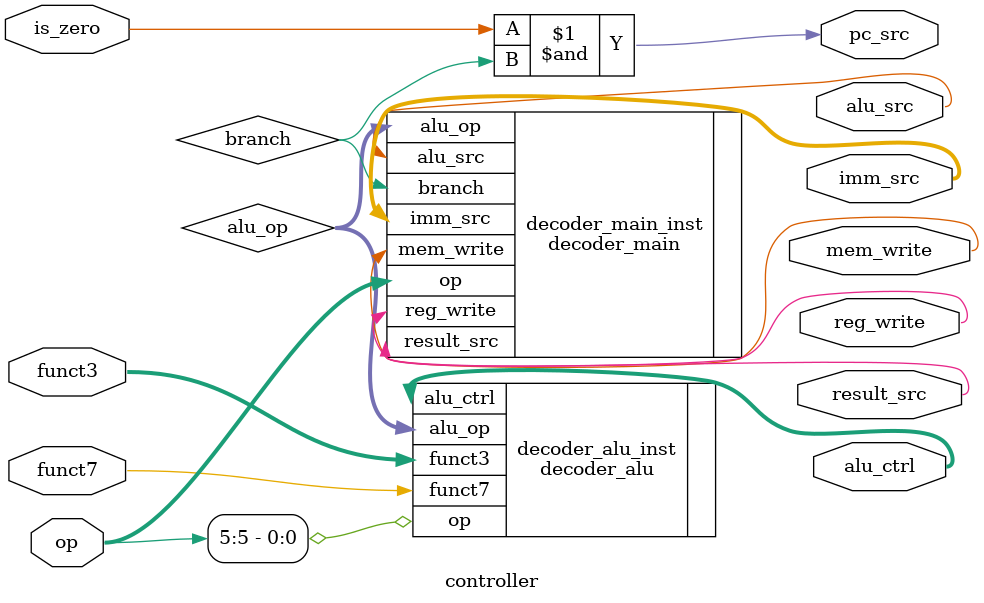
<source format=v>
`timescale 1ns / 1ps


module controller(
    input wire is_zero,
    input wire [6:0] op,
    input wire [2:0] funct3,
    input wire funct7,
    output wire pc_src,
    output wire result_src,
    output wire mem_write,
    output wire [2:0] alu_ctrl,
    output wire alu_src,
    output wire [1:0] imm_src,
    output wire reg_write
    );
    
    wire branch;
    wire [1:0] alu_op;
    
    assign pc_src = (is_zero & branch);
    
    decoder_main decoder_main_inst (
        .op(op),
        .reg_write(reg_write),
        .imm_src(imm_src),
        .alu_src(alu_src),
        .mem_write(mem_write),
        .result_src(result_src),
        .branch(branch),
        .alu_op(alu_op)
    );
    
    decoder_alu decoder_alu_inst (
        .op(op[5]),
        .alu_op(alu_op),
        .funct3(funct3),
        .funct7(funct7),
        .alu_ctrl(alu_ctrl)
    );
    
endmodule

</source>
